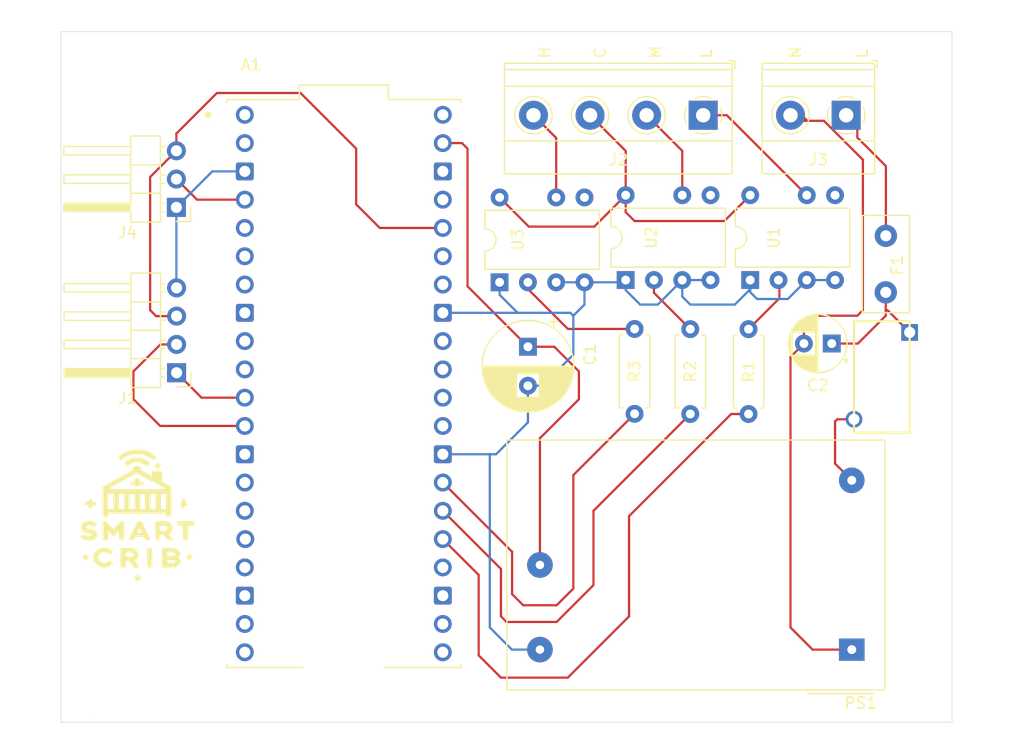
<source format=kicad_pcb>
(kicad_pcb (version 20240108) (generator "pcbnew") (generator_version "8.0")
  (layers (0 "F.Cu" signal) (31 "B.Cu" signal) (34 "B.Paste" user) (35 "F.Paste" user) (36 "B.SilkS" user "B.Silkscreen") (37 "F.SilkS" user "F.Silkscreen") (38 "B.Mask" user) (39 "F.Mask" user) (44 "Edge.Cuts" user))
  (net 0 "")
  (net 3 "/SDA")
  (net 7 "Net-(A1-VSYS)")
  (net 10 "Net-(A1-GP21)")
  (net 12 "Net-(A1-GP20)")
  (net 14 "/VCC")
  (net 15 "/GND")
  (net 28 "Net-(A1-GP19)")
  (net 31 "/Common")
  (net 32 "Net-(PS1-AC{slash}L)")
  (net 33 "Net-(R1-Pad2)")
  (net 34 "Net-(R3-Pad2)")
  (net 35 "Net-(R2-Pad2)")
  (net 36 "/Medium-Speed")
  (net 37 "/High-Speed")
  (net 38 "/Low-Speed")
  (net 39 "Net-(C2-Pad1)")
  (net 40 "/Out")
  (net 44 "/AC-Neutral")
  (net 45 "/AC-Live")
  (net 47 "/SCK")
  (net 50 "Net-(A1-AGND)")
  (footprint "Package_DIP:DIP-8-N7_W7.62mm" (layer "F.Cu") (at 135.38 64.5 90)
    (property "Reference" "U3" (at 3.81 1.62 90) (layer "F.SilkS"))
    (property "Value" "AQH0213")
    (pad "1" thru_hole rect (at 0 0 90) (size 1.6 1.6) (drill 0.8) (layers "*.Cu" "*.Mask") (net 50 "Net-(A1-AGND)"))
    (pad "2" thru_hole oval (at 0 2.54 90) (size 1.6 1.6) (drill 0.8) (layers "*.Cu" "*.Mask") (net 34 "Net-(R3-Pad2)"))
    (pad "3" thru_hole oval (at 0 5.08 90) (size 1.6 1.6) (drill 0.8) (layers "*.Cu" "*.Mask") (net 50 "Net-(A1-AGND)"))
    (pad "4" thru_hole oval (at 0 7.62 90) (size 1.6 1.6) (drill 0.8) (layers "*.Cu" "*.Mask") (net 50 "Net-(A1-AGND)"))
    (pad "5" thru_hole oval (at 7.62 7.62 90) (size 1.6 1.6) (drill 0.8) (layers "*.Cu" "*.Mask"))
    (pad "6" thru_hole oval (at 7.62 5.08 90) (size 1.6 1.6) (drill 0.8) (layers "*.Cu" "*.Mask") (net 37 "/High-Speed"))
    (pad "8" thru_hole oval (at 7.62 0 90) (size 1.6 1.6) (drill 0.8) (layers "*.Cu" "*.Mask") (net 31 "/Common"))
  )
  (footprint "Resistor_THT:R_Axial_DIN0207_L6.3mm_D2.5mm_P7.62mm_Horizontal" (layer "F.Cu") (at 157.734 76.327 90)
    (property "Reference" "R1" (at 3.81 0 90) (layer "F.SilkS"))
    (property "Value" "220")
    (pad "1" thru_hole circle (at 0 0 90) (size 1.6 1.6) (drill 0.8) (layers "*.Cu" "*.Mask") (net 28 "Net-(A1-GP19)"))
    (pad "2" thru_hole oval (at 7.62 0 90) (size 1.6 1.6) (drill 0.8) (layers "*.Cu" "*.Mask") (net 33 "Net-(R1-Pad2)"))
  )
  (footprint "Fuse:Fuse_Littelfuse_395Series" (layer "F.Cu") (at 170.063 60.325 -90)
    (property "Reference" "F1" (at 2.65 -1 90) (layer "F.SilkS"))
    (property "Value" "1 A")
    (pad "1" thru_hole circle (at 0 0 270) (size 2 2) (drill 1) (layers "*.Cu" "*.Mask") (net 45 "/AC-Live"))
    (pad "2" thru_hole circle (at 5.08 0.01 270) (size 2 2) (drill 1) (layers "*.Cu" "*.Mask") (net 39 "Net-(C2-Pad1)"))
  )
  (footprint "TerminalBlock_Phoenix:TerminalBlock_Phoenix_MKDS-1,5-4-5.08_1x04_P5.08mm_Horizontal" (layer "F.Cu") (at 153.66 49.5 180)
    (property "Reference" "J2" (at 7.62 -4 0) (layer "F.SilkS"))
    (property "Value" "Fan mount for speed" (hide yes))
    (pad "1" thru_hole rect (at 0 0 180) (size 2.6 2.6) (drill 1.3) (layers "*.Cu" "*.Mask") (net 38 "/Low-Speed"))
    (pad "2" thru_hole circle (at 5.08 0 180) (size 2.6 2.6) (drill 1.3) (layers "*.Cu" "*.Mask") (net 36 "/Medium-Speed"))
    (pad "3" thru_hole circle (at 10.16 0 180) (size 2.6 2.6) (drill 1.3) (layers "*.Cu" "*.Mask") (net 31 "/Common"))
    (pad "4" thru_hole circle (at 15.24 0 180) (size 2.6 2.6) (drill 1.3) (layers "*.Cu" "*.Mask") (net 37 "/High-Speed"))
  )
  (footprint "TerminalBlock_Phoenix:TerminalBlock_Phoenix_MKDS-1,5-2_1x02_P5.00mm_Horizontal" (layer "F.Cu") (at 166.5 49.5 180)
    (property "Reference" "J3" (at 2.5 -4 0) (layer "F.SilkS"))
    (property "Value" "Terminal Block for AC input" (hide yes))
    (pad "1" thru_hole rect (at 0 0 180) (size 2.6 2.6) (drill 1.3) (layers "*.Cu" "*.Mask") (net 45 "/AC-Live"))
    (pad "2" thru_hole circle (at 5 0 180) (size 2.6 2.6) (drill 1.3) (layers "*.Cu" "*.Mask") (net 44 "/AC-Neutral"))
  )
  (footprint "Fan-Final:Latest-logo-footprint" (layer "F.Cu") (at 103 85)
    (property "Reference" "G***" (hide yes))
    (property "Value" "LOGO" (hide yes))
  )
  (footprint "Capacitor_THT:CP_Radial_D5.0mm_P2.50mm" (layer "F.Cu") (at 165.205113 70 180)
    (property "Reference" "C2" (at 1.25 -3.75 0) (layer "F.SilkS"))
    (property "Value" "0.1 uF")
    (pad "1" thru_hole rect (at 0 0 180) (size 1.6 1.6) (drill 0.8) (layers "*.Cu" "*.Mask") (net 39 "Net-(C2-Pad1)"))
    (pad "2" thru_hole circle (at 2.5 0 180) (size 1.6 1.6) (drill 0.8) (layers "*.Cu" "*.Mask") (net 44 "/AC-Neutral"))
  )
  (footprint "Converter_ACDC:Converter_ACDC_MeanWell_IRM-02-xx_THT" (layer "F.Cu") (at 167 97.4825 180)
    (property "Reference" "PS1" (at -0.8 -4.8 0) (layer "F.SilkS"))
    (property "Value" "IRM-02-5")
    (pad "1" thru_hole rect (at 0 0 180) (size 2.3 2) (drill 0.8) (layers "*.Cu" "*.Mask") (net 44 "/AC-Neutral"))
    (pad "2" thru_hole circle (at 0 15.2 180) (size 2.3 2.3) (drill 0.8) (layers "*.Cu" "*.Mask") (net 32 "Net-(PS1-AC{slash}L)"))
    (pad "3" thru_hole circle (at 28 0 180) (size 2.3 2.3) (drill 0.76) (layers "*.Cu" "*.Mask") (net 50 "Net-(A1-AGND)"))
    (pad "4" thru_hole circle (at 28 7.6 180) (size 2.3 2.3) (drill 0.76) (layers "*.Cu" "*.Mask") (net 7 "Net-(A1-VSYS)"))
  )
  (footprint "Capacitor_THT:CP_Radial_D8.0mm_P3.50mm" (layer "F.Cu") (at 137.922 70.287 -90)
    (property "Reference" "C1" (at 0.713 -5.578 90) (layer "F.SilkS"))
    (property "Value" "470 uF")
    (pad "1" thru_hole rect (at 0 0 270) (size 1.6 1.6) (drill 0.8) (layers "*.Cu" "*.Mask") (net 7 "Net-(A1-VSYS)"))
    (pad "2" thru_hole circle (at 3.5 0 270) (size 1.6 1.6) (drill 0.8) (layers "*.Cu" "*.Mask") (net 50 "Net-(A1-AGND)"))
  )
  (footprint "Connector_PinHeader_2.54mm:PinHeader_1x03_P2.54mm_Horizontal" (layer "F.Cu") (at 106.356 57.77 180)
    (property "Reference" "J4" (at 4.385 -2.27 0) (layer "F.SilkS"))
    (property "Value" "01x03 Mount DHT")
    (pad "1" thru_hole rect (at 0 0 180) (size 1.7 1.7) (drill 1) (layers "*.Cu" "*.Mask") (net 15 "/GND"))
    (pad "2" thru_hole oval (at 0 2.54 180) (size 1.7 1.7) (drill 1) (layers "*.Cu" "*.Mask") (net 40 "/Out"))
    (pad "3" thru_hole oval (at 0 5.08 180) (size 1.7 1.7) (drill 1) (layers "*.Cu" "*.Mask") (net 14 "/VCC"))
  )
  (footprint "MountingHole:MountingHole_2.2mm_M2" (layer "F.Cu") (at 100 100)
    (property "Reference" "REF**" (hide yes))
    (property "Value" "MountingHole_2.2mm_M2")
    (pad "" np_thru_hole circle (at 0 0) (size 2.2 2.2) (drill 2.2) (layers "*.Cu" "*.Mask"))
  )
  (footprint "SL15_30004_Downloaded:SL1530004" (layer "F.Cu") (at 172.2 69 -90)
    (property "Reference" "RT1" (hide yes))
    (property "Value" "SL15_30004" (hide yes))
    (pad "1" thru_hole rect (at 0 0 270) (size 1.5 1.5) (drill 1) (layers "*.Cu" "*.Mask") (net 39 "Net-(C2-Pad1)"))
    (pad "2" thru_hole circle (at 7.8 5 270) (size 1.5 1.5) (drill 1) (layers "*.Cu" "*.Mask") (net 32 "Net-(PS1-AC{slash}L)"))
  )
  (footprint "Resistor_THT:R_Axial_DIN0207_L6.3mm_D2.5mm_P7.62mm_Horizontal" (layer "F.Cu") (at 147.5 76.31 90)
    (property "Reference" "R3" (at 3.81 0 90) (layer "F.SilkS"))
    (property "Value" "220")
    (pad "1" thru_hole circle (at 0 0 90) (size 1.6 1.6) (drill 0.8) (layers "*.Cu" "*.Mask") (net 10 "Net-(A1-GP21)"))
    (pad "2" thru_hole oval (at 7.62 0 90) (size 1.6 1.6) (drill 0.8) (layers "*.Cu" "*.Mask") (net 34 "Net-(R3-Pad2)"))
  )
  (footprint "Package_DIP:DIP-8-N7_W7.62mm" (layer "F.Cu") (at 157.88 64.3 90)
    (property "Reference" "U1" (at 3.8 2.12 90) (layer "F.SilkS"))
    (property "Value" "AQH0213")
    (pad "1" thru_hole rect (at 0 0 90) (size 1.6 1.6) (drill 0.8) (layers "*.Cu" "*.Mask") (net 50 "Net-(A1-AGND)"))
    (pad "2" thru_hole oval (at 0 2.54 90) (size 1.6 1.6) (drill 0.8) (layers "*.Cu" "*.Mask") (net 33 "Net-(R1-Pad2)"))
    (pad "3" thru_hole oval (at 0 5.08 90) (size 1.6 1.6) (drill 0.8) (layers "*.Cu" "*.Mask") (net 50 "Net-(A1-AGND)"))
    (pad "4" thru_hole oval (at 0 7.62 90) (size 1.6 1.6) (drill 0.8) (layers "*.Cu" "*.Mask") (net 50 "Net-(A1-AGND)"))
    (pad "5" thru_hole oval (at 7.62 7.62 90) (size 1.6 1.6) (drill 0.8) (layers "*.Cu" "*.Mask"))
    (pad "6" thru_hole oval (at 7.62 5.08 90) (size 1.6 1.6) (drill 0.8) (layers "*.Cu" "*.Mask") (net 38 "/Low-Speed"))
    (pad "8" thru_hole oval (at 7.62 0 90) (size 1.6 1.6) (drill 0.8) (layers "*.Cu" "*.Mask") (net 31 "/Common"))
  )
  (footprint "Connector_PinHeader_2.54mm:PinHeader_1x04_P2.54mm_Horizontal" (layer "F.Cu") (at 106.375 72.62 180)
    (property "Reference" "J1" (at 4.385 -2.27 0) (layer "F.SilkS"))
    (property "Value" "01x04 Mount For Display")
    (pad "1" thru_hole rect (at 0 0 180) (size 1.7 1.7) (drill 1) (layers "*.Cu" "*.Mask") (net 3 "/SDA"))
    (pad "2" thru_hole oval (at 0 2.54 180) (size 1.7 1.7) (drill 1) (layers "*.Cu" "*.Mask") (net 47 "/SCK"))
    (pad "3" thru_hole oval (at 0 5.08 180) (size 1.7 1.7) (drill 1) (layers "*.Cu" "*.Mask") (net 14 "/VCC"))
    (pad "4" thru_hole oval (at 0 7.62 180) (size 1.7 1.7) (drill 1) (layers "*.Cu" "*.Mask") (net 15 "/GND"))
  )
  (footprint "Resistor_THT:R_Axial_DIN0207_L6.3mm_D2.5mm_P7.62mm_Horizontal" (layer "F.Cu") (at 152.5 76.327 90)
    (property "Reference" "R2" (at 3.81 0 90) (layer "F.SilkS"))
    (property "Value" "220")
    (pad "1" thru_hole circle (at 0 0 90) (size 1.6 1.6) (drill 0.8) (layers "*.Cu" "*.Mask") (net 12 "Net-(A1-GP20)"))
    (pad "2" thru_hole oval (at 7.62 0 90) (size 1.6 1.6) (drill 0.8) (layers "*.Cu" "*.Mask") (net 35 "Net-(R2-Pad2)"))
  )
  (footprint "MountingHole:MountingHole_2.2mm_M2" (layer "F.Cu") (at 100 45)
    (property "Reference" "REF**" (hide yes))
    (property "Value" "MountingHole_2.2mm_M2")
    (pad "" np_thru_hole circle (at 0 0) (size 2.2 2.2) (drill 2.2) (layers "*.Cu" "*.Mask"))
  )
  (footprint "MountingHole:MountingHole_2.2mm_M2" (layer "F.Cu") (at 173 45)
    (property "Reference" "REF**" (hide yes))
    (property "Value" "MountingHole_2.2mm_M2")
    (pad "" np_thru_hole circle (at 0 0) (size 2.2 2.2) (drill 2.2) (layers "*.Cu" "*.Mask"))
  )
  (footprint "Package_DIP:DIP-8-N7_W7.62mm" (layer "F.Cu") (at 146.7 64.3 90)
    (property "Reference" "U2" (at 3.81 2.3 90) (layer "F.SilkS"))
    (property "Value" "AQH0213")
    (pad "1" thru_hole rect (at 0 0 90) (size 1.6 1.6) (drill 0.8) (layers "*.Cu" "*.Mask") (net 50 "Net-(A1-AGND)"))
    (pad "2" thru_hole oval (at 0 2.54 90) (size 1.6 1.6) (drill 0.8) (layers "*.Cu" "*.Mask") (net 35 "Net-(R2-Pad2)"))
    (pad "3" thru_hole oval (at 0 5.08 90) (size 1.6 1.6) (drill 0.8) (layers "*.Cu" "*.Mask") (net 50 "Net-(A1-AGND)"))
    (pad "4" thru_hole oval (at 0 7.62 90) (size 1.6 1.6) (drill 0.8) (layers "*.Cu" "*.Mask") (net 50 "Net-(A1-AGND)"))
    (pad "5" thru_hole oval (at 7.62 7.62 90) (size 1.6 1.6) (drill 0.8) (layers "*.Cu" "*.Mask"))
    (pad "6" thru_hole oval (at 7.62 5.08 90) (size 1.6 1.6) (drill 0.8) (layers "*.Cu" "*.Mask") (net 36 "/Medium-Speed"))
    (pad "8" thru_hole oval (at 7.62 0 90) (size 1.6 1.6) (drill 0.8) (layers "*.Cu" "*.Mask") (net 31 "/Common"))
  )
  (footprint "MountingHole:MountingHole_2.2mm_M2" (layer "F.Cu") (at 173 100)
    (property "Reference" "REF**" (hide yes))
    (property "Value" "MountingHole_2.2mm_M2")
    (pad "" np_thru_hole circle (at 0 0) (size 2.2 2.2) (drill 2.2) (layers "*.Cu" "*.Mask"))
  )
  (footprint "Fan-Final:MODULE_SC0918" (layer "F.Cu") (at 121.39 73.59)
    (property "Reference" "A1" (at -8.325 -28.635 0) (layer "F.SilkS"))
    (property "Value" "SC0918")
    (pad "1" thru_hole circle (at -8.89 -24.13) (size 1.6 1.6) (drill 1) (layers "*.Cu" "*.Mask"))
    (pad "2" thru_hole circle (at -8.89 -21.59) (size 1.6 1.6) (drill 1) (layers "*.Cu" "*.Mask"))
    (pad "3" thru_hole roundrect (at -8.89 -19.05) (size 1.6 1.6) (drill 1) (layers "*.Cu" "*.Mask") (roundrect_rratio 0.125) (net 15 "/GND"))
    (pad "4" thru_hole circle (at -8.89 -16.51) (size 1.6 1.6) (drill 1) (layers "*.Cu" "*.Mask") (net 40 "/Out"))
    (pad "5" thru_hole circle (at -8.89 -13.97) (size 1.6 1.6) (drill 1) (layers "*.Cu" "*.Mask"))
    (pad "6" thru_hole circle (at -8.89 -11.43) (size 1.6 1.6) (drill 1) (layers "*.Cu" "*.Mask"))
    (pad "7" thru_hole circle (at -8.89 -8.89) (size 1.6 1.6) (drill 1) (layers "*.Cu" "*.Mask"))
    (pad "8" thru_hole roundrect (at -8.89 -6.35) (size 1.6 1.6) (drill 1) (layers "*.Cu" "*.Mask") (roundrect_rratio 0.125))
    (pad "9" thru_hole circle (at -8.89 -3.81) (size 1.6 1.6) (drill 1) (layers "*.Cu" "*.Mask"))
    (pad "10" thru_hole circle (at -8.89 -1.27) (size 1.6 1.6) (drill 1) (layers "*.Cu" "*.Mask"))
    (pad "11" thru_hole circle (at -8.89 1.27) (size 1.6 1.6) (drill 1) (layers "*.Cu" "*.Mask") (net 3 "/SDA"))
    (pad "12" thru_hole circle (at -8.89 3.81) (size 1.6 1.6) (drill 1) (layers "*.Cu" "*.Mask") (net 47 "/SCK"))
    (pad "13" thru_hole roundrect (at -8.89 6.35) (size 1.6 1.6) (drill 1) (layers "*.Cu" "*.Mask") (roundrect_rratio 0.125))
    (pad "14" thru_hole circle (at -8.89 8.89) (size 1.6 1.6) (drill 1) (layers "*.Cu" "*.Mask"))
    (pad "15" thru_hole circle (at -8.89 11.43) (size 1.6 1.6) (drill 1) (layers "*.Cu" "*.Mask"))
    (pad "16" thru_hole circle (at -8.848119 13.97) (size 1.6 1.6) (drill 1) (layers "*.Cu" "*.Mask"))
    (pad "17" thru_hole circle (at -8.89 16.51) (size 1.6 1.6) (drill 1) (layers "*.Cu" "*.Mask"))
    (pad "18" thru_hole roundrect (at -8.89 19.05) (size 1.6 1.6) (drill 1) (layers "*.Cu" "*.Mask") (roundrect_rratio 0.125))
    (pad "19" thru_hole circle (at -8.89 21.59) (size 1.6 1.6) (drill 1) (layers "*.Cu" "*.Mask"))
    (pad "20" thru_hole circle (at -8.89 24.13) (size 1.6 1.6) (drill 1) (layers "*.Cu" "*.Mask"))
    (pad "21" thru_hole circle (at 8.89 24.13) (size 1.6 1.6) (drill 1) (layers "*.Cu" "*.Mask"))
    (pad "22" thru_hole circle (at 8.89 21.59) (size 1.6 1.6) (drill 1) (layers "*.Cu" "*.Mask"))
    (pad "23" thru_hole roundrect (at 8.89 19.05) (size 1.6 1.6) (drill 1) (layers "*.Cu" "*.Mask") (roundrect_rratio 0.125))
    (pad "24" thru_hole circle (at 8.89 16.51) (size 1.6 1.6) (drill 1) (layers "*.Cu" "*.Mask"))
    (pad "25" thru_hole circle (at 8.89 13.97) (size 1.6 1.6) (drill 1) (layers "*.Cu" "*.Mask") (net 28 "Net-(A1-GP19)"))
    (pad "26" thru_hole circle (at 8.89 11.43) (size 1.6 1.6) (drill 1) (layers "*.Cu" "*.Mask") (net 12 "Net-(A1-GP20)"))
    (pad "27" thru_hole circle (at 8.89 8.89) (size 1.6 1.6) (drill 1) (layers "*.Cu" "*.Mask") (net 10 "Net-(A1-GP21)"))
    (pad "28" thru_hole roundrect (at 8.89 6.35) (size 1.6 1.6) (drill 1) (layers "*.Cu" "*.Mask") (roundrect_rratio 0.125) (net 50 "Net-(A1-AGND)"))
    (pad "29" thru_hole circle (at 8.89 3.81) (size 1.6 1.6) (drill 1) (layers "*.Cu" "*.Mask"))
    (pad "30" thru_hole circle (at 8.89 1.27) (size 1.6 1.6) (drill 1) (layers "*.Cu" "*.Mask"))
    (pad "31" thru_hole circle (at 8.89 -1.27) (size 1.6 1.6) (drill 1) (layers "*.Cu" "*.Mask"))
    (pad "32" thru_hole circle (at 8.89 -3.81) (size 1.6 1.6) (drill 1) (layers "*.Cu" "*.Mask"))
    (pad "33" thru_hole roundrect (at 8.89 -6.35) (size 1.6 1.6) (drill 1) (layers "*.Cu" "*.Mask") (roundrect_rratio 0.125) (net 50 "Net-(A1-AGND)"))
    (pad "34" thru_hole circle (at 8.89 -8.89) (size 1.6 1.6) (drill 1) (layers "*.Cu" "*.Mask"))
    (pad "35" thru_hole circle (at 8.89 -11.43) (size 1.6 1.6) (drill 1) (layers "*.Cu" "*.Mask"))
    (pad "36" thru_hole circle (at 8.89 -13.97) (size 1.6 1.6) (drill 1) (layers "*.Cu" "*.Mask") (net 14 "/VCC"))
    (pad "37" thru_hole circle (at 8.89 -16.51) (size 1.6 1.6) (drill 1) (layers "*.Cu" "*.Mask"))
    (pad "38" thru_hole roundrect (at 8.89 -19.05) (size 1.6 1.6) (drill 1) (layers "*.Cu" "*.Mask") (roundrect_rratio 0.125))
    (pad "39" thru_hole circle (at 8.89 -21.59) (size 1.6 1.6) (drill 1) (layers "*.Cu" "*.Mask") (net 7 "Net-(A1-VSYS)"))
    (pad "40" thru_hole circle (at 8.89 -24.13) (size 1.6 1.6) (drill 1) (layers "*.Cu" "*.Mask"))
  )
  (gr_line (start 96 42) (end 96 104) (stroke (width 0.05)) (layer "Edge.Cuts"))
  (gr_line (start 96 42) (end 96 42) (stroke (width 0.05)) (layer "Edge.Cuts"))
  (gr_line (start 176 42) (end 176 104) (stroke (width 0.05)) (layer "Edge.Cuts"))
  (gr_line (start 96 104) (end 99 104) (stroke (width 0.05)) (layer "Edge.Cuts"))
  (gr_line (start 99 104) (end 176 104) (stroke (width 0.05)) (layer "Edge.Cuts"))
  (gr_line (start 96 42) (end 176 42) (stroke (width 0.05)) (layer "Edge.Cuts"))
  (gr_text "L\n" (at 168.5 44.5 90) (layer "F.SilkS") (effects (font (size 1 1)) (justify left bottom)))
  (gr_text "M" (at 150 44.5 90) (layer "F.SilkS") (effects (font (size 1 1)) (justify left bottom)))
  (gr_text "L" (at 154.5 44.5 90) (layer "F.SilkS") (effects (font (size 1 1)) (justify left bottom)))
  (gr_text "H" (at 140 44.5 90) (layer "F.SilkS") (effects (font (size 1 1)) (justify left bottom)))
  (gr_text "C" (at 145 44.5 90) (layer "F.SilkS") (effects (font (size 1 1)) (justify left bottom)))
  (gr_text "N\n" (at 162.5 44.5 90) (layer "F.SilkS") (effects (font (size 1 1)) (justify left bottom)))
  (segment (start 112.5 74.86) (end 108.615 74.86) (width 0.2) (layer "F.Cu") (net 3))
  (segment (start 108.615 74.86) (end 106.375 72.62) (width 0.2) (layer "F.Cu") (net 3))
  (segment (start 139 78.5) (end 142.5 75) (width 0.2) (layer "F.Cu") (net 7))
  (segment (start 139 89.8825) (end 139 78.5) (width 0.2) (layer "F.Cu") (net 7))
  (segment (start 132.5 52.5) (end 132 52) (width 0.2) (layer "F.Cu") (net 7))
  (segment (start 142.5 72.5) (end 140.287 70.287) (width 0.2) (layer "F.Cu") (net 7))
  (segment (start 132.5 64.865) (end 132.5 52.5) (width 0.2) (layer "F.Cu") (net 7))
  (segment (start 137.922 70.287) (end 132.5 64.865) (width 0.2) (layer "F.Cu") (net 7))
  (segment (start 142.5 75) (end 142.5 72.5) (width 0.2) (layer "F.Cu") (net 7))
  (segment (start 140.287 70.287) (end 137.922 70.287) (width 0.2) (layer "F.Cu") (net 7))
  (segment (start 132 52) (end 130.28 52) (width 0.2) (layer "F.Cu") (net 7))
  (segment (start 136.5 88.7) (end 130.28 82.48) (width 0.2) (layer "F.Cu") (net 10))
  (segment (start 140.5 93.5) (end 137.5 93.5) (width 0.2) (layer "F.Cu") (net 10))
  (segment (start 147.5 76.31) (end 142 81.81) (width 0.2) (layer "F.Cu") (net 10))
  (segment (start 136.5 92.5) (end 136.5 88.7) (width 0.2) (layer "F.Cu") (net 10))
  (segment (start 142 92) (end 140.5 93.5) (width 0.2) (layer "F.Cu") (net 10))
  (segment (start 137.5 93.5) (end 136.5 92.5) (width 0.2) (layer "F.Cu") (net 10))
  (segment (start 142 81.81) (end 142 92) (width 0.2) (layer "F.Cu") (net 10))
  (segment (start 136 95) (end 135.5 94.5) (width 0.2) (layer "F.Cu") (net 12))
  (segment (start 135.5 94.5) (end 135.5 90.24) (width 0.2) (layer "F.Cu") (net 12))
  (segment (start 143.807 85.02) (end 143.807 91.693) (width 0.2) (layer "F.Cu") (net 12))
  (segment (start 143.807 91.693) (end 140.5 95) (width 0.2) (layer "F.Cu") (net 12))
  (segment (start 140.5 95) (end 136 95) (width 0.2) (layer "F.Cu") (net 12))
  (segment (start 152.5 76.327) (end 143.807 85.02) (width 0.2) (layer "F.Cu") (net 12))
  (segment (start 135.5 90.24) (end 130.28 85.02) (width 0.2) (layer "F.Cu") (net 12))
  (segment (start 124.62 59.62) (end 122.5 57.5) (width 0.2) (layer "F.Cu") (net 14))
  (segment (start 122.5 57.5) (end 122.5 52.5) (width 0.2) (layer "F.Cu") (net 14))
  (segment (start 110 47.5) (end 106.356 51.144) (width 0.2) (layer "F.Cu") (net 14))
  (segment (start 104 67) (end 104 55.046) (width 0.2) (layer "F.Cu") (net 14))
  (segment (start 122.5 52.5) (end 117.5 47.5) (width 0.2) (layer "F.Cu") (net 14))
  (segment (start 117.5 47.5) (end 110 47.5) (width 0.2) (layer "F.Cu") (net 14))
  (segment (start 106.832346 53.166346) (end 106.356 52.69) (width 0.2) (layer "F.Cu") (net 14))
  (segment (start 104.54 67.54) (end 104 67) (width 0.2) (layer "F.Cu") (net 14))
  (segment (start 130.28 59.62) (end 124.62 59.62) (width 0.2) (layer "F.Cu") (net 14))
  (segment (start 106.375 67.54) (end 104.54 67.54) (width 0.2) (layer "F.Cu") (net 14))
  (segment (start 104 55.046) (end 106.356 52.69) (width 0.2) (layer "F.Cu") (net 14))
  (segment (start 106.356 51.144) (end 106.356 52.69) (width 0.2) (layer "F.Cu") (net 14))
  (segment (start 112.5 54.54) (end 112.04 54.08) (width 0.2) (layer "F.Cu") (net 15))
  (segment (start 106.356 64.981) (end 106.375 65) (width 0.2) (layer "F.Cu") (net 15))
  (segment (start 109.586 54.54) (end 112.5 54.54) (width 0.2) (layer "B.Cu") (net 15))
  (segment (start 106.356 57.77) (end 106.356 64.981) (width 0.2) (layer "B.Cu") (net 15))
  (segment (start 106.356 57.77) (end 109.586 54.54) (width 0.2) (layer "B.Cu") (net 15))
  (segment (start 106.356 64.981) (end 106.375 65) (width 0.2) (layer "B.Cu") (net 15))
  (segment (start 141.5 100) (end 135.5 100) (width 0.2) (layer "F.Cu") (net 28))
  (segment (start 133.5 90.78) (end 130.28 87.56) (width 0.2) (layer "F.Cu") (net 28))
  (segment (start 157.734 76.327) (end 156.173 76.327) (width 0.2) (layer "F.Cu") (net 28))
  (segment (start 147 94.5) (end 141.5 100) (width 0.2) (layer "F.Cu") (net 28))
  (segment (start 156.173 76.327) (end 147 85.5) (width 0.2) (layer "F.Cu") (net 28))
  (segment (start 133.5 98) (end 133.5 90.78) (width 0.2) (layer "F.Cu") (net 28))
  (segment (start 147 85.5) (end 147 94.5) (width 0.2) (layer "F.Cu") (net 28))
  (segment (start 135.5 100) (end 133.5 98) (width 0.2) (layer "F.Cu") (net 28))
  (segment (start 146.7 52.7) (end 146.7 56.68) (width 0.2) (layer "F.Cu") (net 31))
  (segment (start 147.19 56.81) (end 147.19 56.7) (width 0.2) (layer "F.Cu") (net 31))
  (segment (start 158.19 56.81) (end 158.19 56.7) (width 0.2) (layer "F.Cu") (net 31))
  (segment (start 138 59.5) (end 135.38 56.88) (width 0.2) (layer "F.Cu") (net 31))
  (segment (start 146.7 58.2) (end 147.5 59) (width 0.2) (layer "F.Cu") (net 31))
  (segment (start 155.56 59) (end 157.88 56.68) (width 0.2) (layer "F.Cu") (net 31))
  (segment (start 146.7 56.68) (end 146.7 58.2) (width 0.2) (layer "F.Cu") (net 31))
  (segment (start 143.88 59.5) (end 138 59.5) (width 0.2) (layer "F.Cu") (net 31))
  (segment (start 146.7 56.68) (end 143.88 59.5) (width 0.2) (layer "F.Cu") (net 31))
  (segment (start 143.5 49.5) (end 146.7 52.7) (width 0.2) (layer "F.Cu") (net 31))
  (segment (start 147.5 59) (end 155.56 59) (width 0.2) (layer "F.Cu") (net 31))
  (segment (start 165.7 76.8) (end 165.5 77) (width 0.2) (layer "F.Cu") (net 32))
  (segment (start 167.2 76.8) (end 165.7 76.8) (width 0.2) (layer "F.Cu") (net 32))
  (segment (start 165.5 77) (end 165.5 80.7825) (width 0.2) (layer "F.Cu") (net 32))
  (segment (start 165.5 80.7825) (end 167 82.2825) (width 0.2) (layer "F.Cu") (net 32))
  (segment (start 160.5 65.941) (end 160.5 64.38) (width 0.2) (layer "F.Cu") (net 33))
  (segment (start 157.734 68.707) (end 160.5 65.941) (width 0.2) (layer "F.Cu") (net 33))
  (segment (start 160.5 64.38) (end 160.42 64.3) (width 0.2) (layer "F.Cu") (net 33))
  (segment (start 137.92 64.5) (end 137.92 65.1) (width 0.2) (layer "F.Cu") (net 34))
  (segment (start 141.51 68.69) (end 147.5 68.69) (width 0.2) (layer "F.Cu") (net 34))
  (segment (start 137.92 65.1) (end 141.51 68.69) (width 0.2) (layer "F.Cu") (net 34))
  (segment (start 137.92 64.5) (end 137.92 64.92) (width 0.2) (layer "B.Cu") (net 34))
  (segment (start 137.92 64.92) (end 138 65) (width 0.2) (layer "B.Cu") (net 34))
  (segment (start 149.24 64.3) (end 149.24 65.447) (width 0.2) (layer "F.Cu") (net 35))
  (segment (start 149.24 65.447) (end 152.5 68.707) (width 0.2) (layer "F.Cu") (net 35))
  (segment (start 148.58 49.5) (end 151.78 52.7) (width 0.2) (layer "F.Cu") (net 36))
  (segment (start 151.78 52.7) (end 151.78 56.68) (width 0.2) (layer "F.Cu") (net 36))
  (segment (start 140.46 51.54) (end 140.46 56.88) (width 0.2) (layer "F.Cu") (net 37))
  (segment (start 138.42 49.5) (end 140.46 51.54) (width 0.2) (layer "F.Cu") (net 37))
  (segment (start 155.78 49.5) (end 162.96 56.68) (width 0.2) (layer "F.Cu") (net 38))
  (segment (start 153.66 49.5) (end 155.78 49.5) (width 0.2) (layer "F.Cu") (net 38))
  (segment (start 170.053 67.5) (end 167.553 70) (width 0.2) (layer "F.Cu") (net 39))
  (segment (start 170.2 67) (end 172.2 69) (width 0.2) (layer "F.Cu") (net 39))
  (segment (start 167.553 70) (end 165.205113 70) (width 0.2) (layer "F.Cu") (net 39))
  (segment (start 170.053 67) (end 170.2 67) (width 0.2) (layer "F.Cu") (net 39))
  (segment (start 170.053 67) (end 170.053 67.5) (width 0.2) (layer "F.Cu") (net 39))
  (segment (start 170.053 65.405) (end 170.053 67) (width 0.2) (layer "F.Cu") (net 39))
  (segment (start 108.206 57.08) (end 106.356 55.23) (width 0.2) (layer "F.Cu") (net 40))
  (segment (start 112.5 57.08) (end 108.206 57.08) (width 0.2) (layer "F.Cu") (net 40))
  (segment (start 161.5 95.5) (end 161.5 71.205113) (width 0.2) (layer "F.Cu") (net 44))
  (segment (start 163 50) (end 164.5 50) (width 0.2) (layer "F.Cu") (net 44))
  (segment (start 164.5 50) (end 168 53.5) (width 0.2) (layer "F.Cu") (net 44))
  (segment (start 162.705113 68.205113) (end 163.410226 67.5) (width 0.2) (layer "F.Cu") (net 44))
  (segment (start 161.5 49.5) (end 162 50) (width 0.2) (layer "F.Cu") (net 44))
  (segment (start 162.705113 70) (end 162.705113 68.205113) (width 0.2) (layer "F.Cu") (net 44))
  (segment (start 162.5 49.5) (end 163 50) (width 0.2) (layer "F.Cu") (net 44))
  (segment (start 163.4825 97.4825) (end 161.5 95.5) (width 0.2) (layer "F.Cu") (net 44))
  (segment (start 163.410226 67.5) (end 167.5 67.5) (width 0.2) (layer "F.Cu") (net 44))
  (segment (start 167 97.4825) (end 163.4825 97.4825) (width 0.2) (layer "F.Cu") (net 44))
  (segment (start 167.5 67.5) (end 168 67) (width 0.2) (layer "F.Cu") (net 44))
  (segment (start 168 67) (end 168 53.5) (width 0.2) (layer "F.Cu") (net 44))
  (segment (start 162 50) (end 163 50) (width 0.2) (layer "F.Cu") (net 44))
  (segment (start 161.5 71.205113) (end 162.705113 70) (width 0.2) (layer "F.Cu") (net 44))
  (segment (start 167.5 50) (end 167.5 51.5) (width 0.2) (layer "F.Cu") (net 45))
  (segment (start 167 49.5) (end 167.5 50) (width 0.2) (layer "F.Cu") (net 45))
  (segment (start 170.063 60.325) (end 170.063 54.063) (width 0.2) (layer "F.Cu") (net 45))
  (segment (start 167.5 49.5) (end 167.5 50) (width 0.2) (layer "F.Cu") (net 45))
  (segment (start 167.5 51.5) (end 170.063 54.063) (width 0.2) (layer "F.Cu") (net 45))
  (segment (start 166.5 49.5) (end 167 49.5) (width 0.2) (layer "F.Cu") (net 45))
  (segment (start 107.12 70.08) (end 106.375 70.08) (width 0.2) (layer "F.Cu") (net 47))
  (segment (start 104.9 77.4) (end 112.5 77.4) (width 0.2) (layer "F.Cu") (net 47))
  (segment (start 104.92 70.08) (end 102.5 72.5) (width 0.2) (layer "F.Cu") (net 47))
  (segment (start 102.5 72.5) (end 102.5 75) (width 0.2) (layer "F.Cu") (net 47))
  (segment (start 102.5 75) (end 104.9 77.4) (width 0.2) (layer "F.Cu") (net 47))
  (segment (start 106.375 70.08) (end 104.92 70.08) (width 0.2) (layer "F.Cu") (net 47))
  (segment (start 141.74 67.24) (end 142 67.5) (width 0.2) (layer "B.Cu") (net 50))
  (segment (start 135.5 67.24) (end 136.5 67.24) (width 0.2) (layer "B.Cu") (net 50))
  (segment (start 156.5 66.5) (end 157.88 65.12) (width 0.2) (layer "B.Cu") (net 50))
  (segment (start 146.7 64.3) (end 146.7 65.2) (width 0.2) (layer "B.Cu") (net 50))
  (segment (start 134.5 79.94) (end 135.06 79.94) (width 0.2) (layer "B.Cu") (net 50))
  (segment (start 137 67.24) (end 141.74 67.24) (width 0.2) (layer "B.Cu") (net 50))
  (segment (start 158.5 66) (end 161.26 66) (width 0.2) (layer "B.Cu") (net 50))
  (segment (start 139 97.4825) (end 136.4825 97.4825) (width 0.2) (layer "B.Cu") (net 50))
  (segment (start 130.28 79.94) (end 134.5 79.94) (width 0.2) (layer "B.Cu") (net 50))
  (segment (start 157.88 65.12) (end 157.88 64.3) (width 0.2) (layer "B.Cu") (net 50))
  (segment (start 136.5 67.24) (end 137 67.24) (width 0.2) (layer "B.Cu") (net 50))
  (segment (start 143 64.5) (end 140.46 64.5) (width 0.2) (layer "B.Cu") (net 50))
  (segment (start 151.78 64.3) (end 151.78 65.78) (width 0.2) (layer "B.Cu") (net 50))
  (segment (start 139.213 73.787) (end 137.922 73.787) (width 0.2) (layer "B.Cu") (net 50))
  (segment (start 137.922 77.078) (end 137.922 74.187) (width 0.2) (layer "B.Cu") (net 50))
  (segment (start 149.58 66.5) (end 151.78 64.3) (width 0.2) (layer "B.Cu") (net 50))
  (segment (start 151.78 64.3) (end 154.32 64.3) (width 0.2) (layer "B.Cu") (net 50))
  (segment (start 146.5 64.5) (end 146.7 64.3) (width 0.2) (layer "B.Cu") (net 50))
  (segment (start 136.4825 97.4825) (end 134.5 95.5) (width 0.2) (layer "B.Cu") (net 50))
  (segment (start 143 64.5) (end 143 66.5) (width 0.2) (layer "B.Cu") (net 50))
  (segment (start 135.38 64.5) (end 135.38 65.62) (width 0.2) (layer "B.Cu") (net 50))
  (segment (start 162.96 64.3) (end 165.5 64.3) (width 0.2) (layer "B.Cu") (net 50))
  (segment (start 157.88 64.3) (end 157.88 65.38) (width 0.2) (layer "B.Cu") (net 50))
  (segment (start 135.06 79.94) (end 137.922 77.078) (width 0.2) (layer "B.Cu") (net 50))
  (segment (start 135.38 65.62) (end 137 67.24) (width 0.2) (layer "B.Cu") (net 50))
  (segment (start 146.7 65.2) (end 148 66.5) (width 0.2) (layer "B.Cu") (net 50))
  (segment (start 148 66.5) (end 149.58 66.5) (width 0.2) (layer "B.Cu") (net 50))
  (segment (start 151.78 65.78) (end 152.5 66.5) (width 0.2) (layer "B.Cu") (net 50))
  (segment (start 134.5 95.5) (end 134.5 79.94) (width 0.2) (layer "B.Cu") (net 50))
  (segment (start 152.5 66.5) (end 156.5 66.5) (width 0.2) (layer "B.Cu") (net 50))
  (segment (start 157.88 65.38) (end 158.5 66) (width 0.2) (layer "B.Cu") (net 50))
  (segment (start 143 66.5) (end 142 67.5) (width 0.2) (layer "B.Cu") (net 50))
  (segment (start 143 64.5) (end 146.5 64.5) (width 0.2) (layer "B.Cu") (net 50))
  (segment (start 130.28 67.24) (end 135.5 67.24) (width 0.2) (layer "B.Cu") (net 50))
  (segment (start 161.26 66) (end 162.96 64.3) (width 0.2) (layer "B.Cu") (net 50))
  (segment (start 142 67.5) (end 142 71) (width 0.2) (layer "B.Cu") (net 50))
  (segment (start 142 71) (end 139.213 73.787) (width 0.2) (layer "B.Cu") (net 50))
)
</source>
